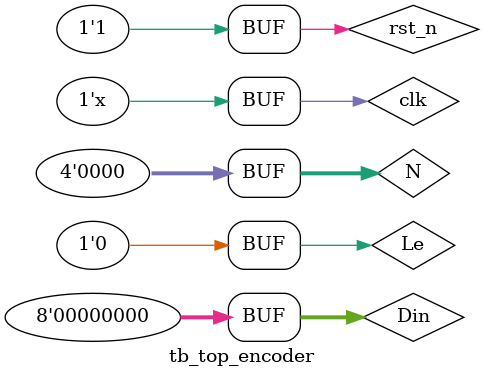
<source format=v>
`timescale 1ns / 1ps

module tb_top_encoder ();
reg clk, rst_n;
reg Le;
reg [3:0] N;
reg [7:0] Din;
wire Dout;

encoder uut(
    .clk(clk),
    .rst_n(rst_n),
    .Le(Le),
    .N(N),
    .Din(Din),
    .Dout(Dout)
    );

initial begin
    clk = 1;
    rst_n = 0;
    Le = 0;
    N = 0;
    Din = 8'b0;
    #1180
    rst_n = 1;
    #590;
    // start user data
    Le = 1;
    N = 4;
    #590;
    Le = 0;
    N = 0;
    Din = 8'hc0;
    #590;
    Din = 8'haa;
    #590;
    Din = 8'hdd;
    #590;
    Din = 8'hae;
    #590;
    Din = 8'b0;
end
always begin #295 clk = ~clk; end
endmodule

</source>
